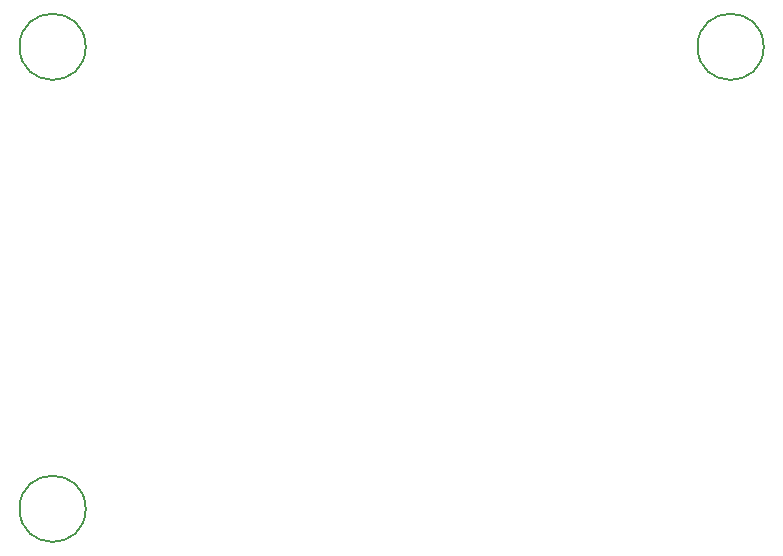
<source format=gbr>
%TF.GenerationSoftware,KiCad,Pcbnew,(6.0.11)*%
%TF.CreationDate,2023-02-12T20:23:43+01:00*%
%TF.ProjectId,ParentsHob2HoodController,50617265-6e74-4734-986f-6232486f6f64,rev?*%
%TF.SameCoordinates,Original*%
%TF.FileFunction,Other,Comment*%
%FSLAX46Y46*%
G04 Gerber Fmt 4.6, Leading zero omitted, Abs format (unit mm)*
G04 Created by KiCad (PCBNEW (6.0.11)) date 2023-02-12 20:23:43*
%MOMM*%
%LPD*%
G01*
G04 APERTURE LIST*
%ADD10C,0.150000*%
G04 APERTURE END LIST*
D10*
%TO.C,H1*%
X92208000Y-22352000D02*
G75*
G03*
X92208000Y-22352000I-2800000J0D01*
G01*
%TO.C,H3*%
X34804000Y-61468000D02*
G75*
G03*
X34804000Y-61468000I-2800000J0D01*
G01*
%TO.C,H2*%
X34804000Y-22352000D02*
G75*
G03*
X34804000Y-22352000I-2800000J0D01*
G01*
%TD*%
M02*

</source>
